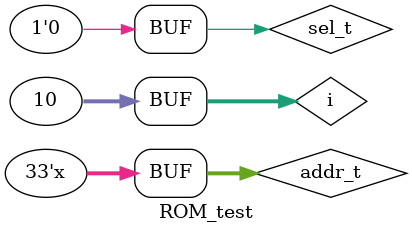
<source format=v>
`timescale 1ns / 1ps

/*
 *module ROM
 *input:
 *      addr
 *      sel
 *      clk
 *output:
 *      data             
 */
module ROM_test;
     parameter ADDR_LEN=32;
     parameter DATA_LEN=32;
     
     reg [ADDR_LEN:0]addr_t;
     reg sel_t;
     wire [DATA_LEN:0]data_t;
     //wire [DATA_LEN:0]rom_t;
     integer i;
     initial 
        begin
            addr_t<=0;
            sel_t<=0;
 
            #200 addr_t<=0;
            #10 sel_t<=1;
            
            for(i=0;i<10;i=i+1)
                begin
                 #60 addr_t=addr_t+1;
                end   
            #10 sel_t<=0;     
         
        end
        
     ROM rom_ut(
        .addr(addr_t),
        .sel(sel_t),
        .data(data_t)
        );
     
endmodule
</source>
